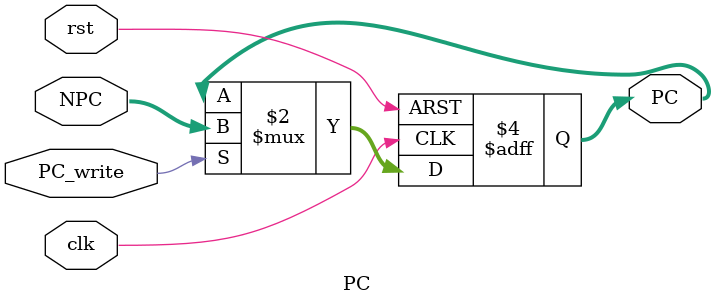
<source format=v>
module PC(clk,
          rst,
          NPC,
          PC,
          PC_write);
    
    input              clk;
    input              rst;
    input       [31:0] NPC;
    input              PC_write;
    output reg  [31:0] PC;

    always @(posedge clk, posedge rst)
        if (rst)
            PC <= 32'h0000_0000;
        else if(PC_write)
            PC <= NPC;   
    
endmodule
    

</source>
